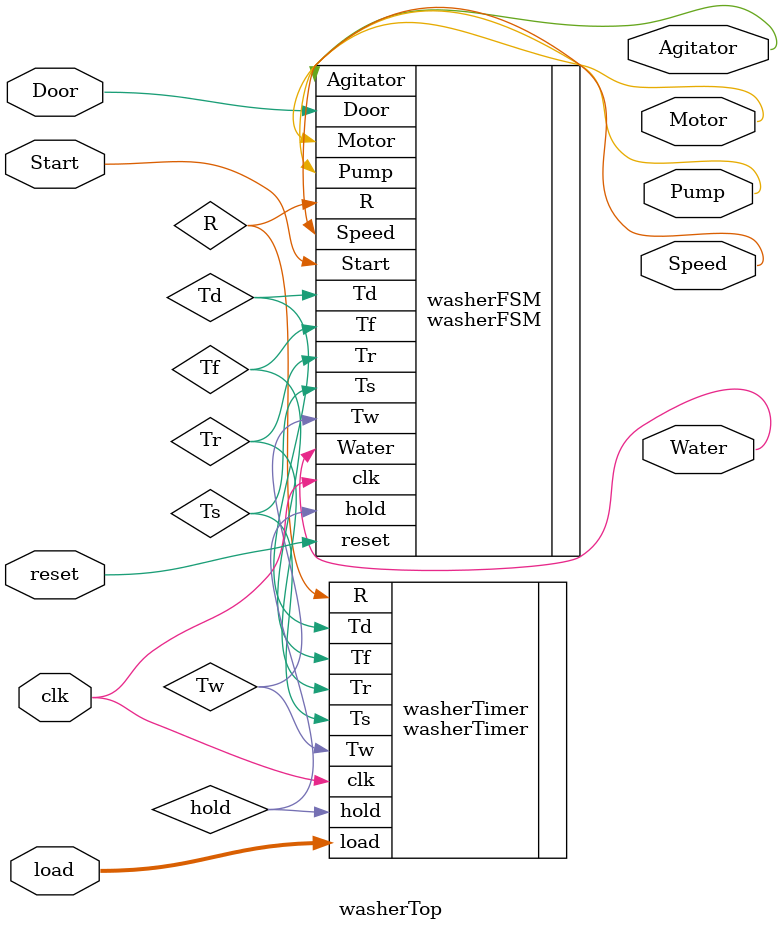
<source format=v>
`timescale 1ns / 1ps
`default_nettype none
module washerTop(
    input wire reset,
    input wire clk,
    input wire Start,
    input wire Door,
    input wire [1:0] load,
    output wire Agitator,
    output wire Motor,
    output wire Pump,
    output wire Speed,
    output wire Water
    );

	 // Internal signals
     wire Td;
     wire Tf;
     wire Tr;
     wire Ts;
     wire Tw;
     wire hold;
     wire R;


// Instantiate the Units Under Test
   washerTimer washerTimer (
        .load(load), 
		.clk(clk), 
		.R(R), 
        .hold(hold),
		.Td(Td), 
		.Tf(Tf), 
		.Tr(Tr), 
		.Ts(Ts), 
		.Tw(Tw)
   );

   washerFSM washerFSM (
		.clk(clk), 
		.reset(reset), 
		.Door(Door), 
        .hold(hold),
		.Start(Start), 
		.Td(Td), 
		.Tf(Tf), 
		.Tr(Tr), 
		.Ts(Ts), 
		.Tw(Tw), 
		.Agitator(Agitator), 
		.Motor(Motor), 
		.Pump(Pump), 
		.R(R), 
		.Speed(Speed), 
		.Water(Water)
	);

endmodule

</source>
